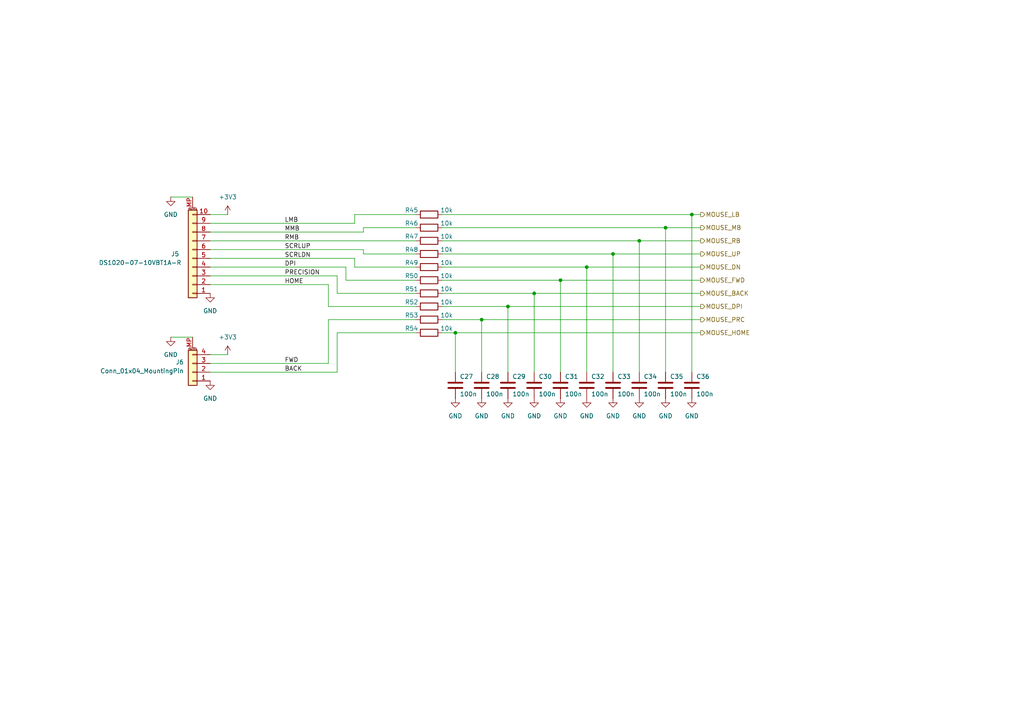
<source format=kicad_sch>
(kicad_sch (version 20231120) (generator "eeschema") (generator_version "8.0")
  (paper "A4")
  (title_block (title "EtherPointer") (date "2025-02-13") (rev "RC1") (company "Bart's Design") (comment 1 "Bartosz Pracz"))
  (lib_symbols
    (symbol "Connector_Generic_MountingPin:Conn_01x04_MountingPin" (pin_names (offset 1.016) hide)
      (property "Reference" "J" (at 0 5.08 0))
      (property "Value" "Conn_01x04_MountingPin" (at 1.27 -7.62 0))
      (symbol "Conn_01x04_MountingPin_1_1"
        (rectangle (start -1.27 -4.953) (end 0 -5.207) (stroke (width 0.1524)))
        (rectangle (start -1.27 -2.413) (end 0 -2.667) (stroke (width 0.1524)))
        (rectangle (start -1.27 0.127) (end 0 -0.127) (stroke (width 0.1524)))
        (rectangle (start -1.27 2.667) (end 0 2.413) (stroke (width 0.1524)))
        (rectangle (start -1.27 3.81) (end 1.27 -6.35) (stroke (width 0.254)) (fill (type background)))
        (polyline (pts (xy -1.016 -7.112) (xy 1.016 -7.112)) (stroke (width 0.1524)))
        (text "Mounting" (at 0 -6.731 0) (effects (font (size 0.381 0.381))))
        (pin passive line (at -5.08 2.54 0) (length 3.81) (name "Pin_1") (number "1"))
        (pin passive line (at -5.08 0 0) (length 3.81) (name "Pin_2") (number "2"))
        (pin passive line (at -5.08 -2.54 0) (length 3.81) (name "Pin_3") (number "3"))
        (pin passive line (at -5.08 -5.08 0) (length 3.81) (name "Pin_4") (number "4"))
        (pin passive line (at 0 -10.16 90) (length 3.048) (name "MountPin") (number "MP"))
      )
    )
    (symbol "Connector_Generic_MountingPin:Conn_01x10_MountingPin" (pin_names (offset 1.016) hide)
      (property "Reference" "J" (at 0 12.7 0))
      (property "Value" "Conn_01x10_MountingPin" (at 1.27 -15.24 0))
      (symbol "Conn_01x10_MountingPin_1_1"
        (rectangle (start -1.27 -12.573) (end 0 -12.827) (stroke (width 0.1524)))
        (rectangle (start -1.27 -10.033) (end 0 -10.287) (stroke (width 0.1524)))
        (rectangle (start -1.27 -7.493) (end 0 -7.747) (stroke (width 0.1524)))
        (rectangle (start -1.27 -4.953) (end 0 -5.207) (stroke (width 0.1524)))
        (rectangle (start -1.27 -2.413) (end 0 -2.667) (stroke (width 0.1524)))
        (rectangle (start -1.27 0.127) (end 0 -0.127) (stroke (width 0.1524)))
        (rectangle (start -1.27 2.667) (end 0 2.413) (stroke (width 0.1524)))
        (rectangle (start -1.27 5.207) (end 0 4.953) (stroke (width 0.1524)))
        (rectangle (start -1.27 7.747) (end 0 7.493) (stroke (width 0.1524)))
        (rectangle (start -1.27 10.287) (end 0 10.033) (stroke (width 0.1524)))
        (rectangle (start -1.27 11.43) (end 1.27 -13.97) (stroke (width 0.254)) (fill (type background)))
        (polyline (pts (xy -1.016 -14.732) (xy 1.016 -14.732)) (stroke (width 0.1524)))
        (text "Mounting" (at 0 -14.351 0) (effects (font (size 0.381 0.381))))
        (pin passive line (at -5.08 10.16 0) (length 3.81) (name "Pin_1") (number "1"))
        (pin passive line (at -5.08 -12.7 0) (length 3.81) (name "Pin_10") (number "10"))
        (pin passive line (at -5.08 7.62 0) (length 3.81) (name "Pin_2") (number "2"))
        (pin passive line (at -5.08 5.08 0) (length 3.81) (name "Pin_3") (number "3"))
        (pin passive line (at -5.08 2.54 0) (length 3.81) (name "Pin_4") (number "4"))
        (pin passive line (at -5.08 0 0) (length 3.81) (name "Pin_5") (number "5"))
        (pin passive line (at -5.08 -2.54 0) (length 3.81) (name "Pin_6") (number "6"))
        (pin passive line (at -5.08 -5.08 0) (length 3.81) (name "Pin_7") (number "7"))
        (pin passive line (at -5.08 -7.62 0) (length 3.81) (name "Pin_8") (number "8"))
        (pin passive line (at -5.08 -10.16 0) (length 3.81) (name "Pin_9") (number "9"))
        (pin passive line (at 0 -17.78 90) (length 3.048) (name "MountPin") (number "MP"))
      )
    )
    (symbol "Device:C" (pin_numbers hide) (pin_names (offset 0.254))
      (property "Reference" "C" (at 0.635 2.54 0))
      (property "Value" "C" (at 0.635 -2.54 0))
      (symbol "C_0_1"
        (polyline (pts (xy -2.032 -0.762) (xy 2.032 -0.762)) (stroke (width 0.508)))
        (polyline (pts (xy -2.032 0.762) (xy 2.032 0.762)) (stroke (width 0.508)))
      )
      (symbol "C_1_1"
        (pin passive line (at 0 3.81 270) (length 2.794) (name "~") (number "1"))
        (pin passive line (at 0 -3.81 90) (length 2.794) (name "~") (number "2"))
      )
    )
    (symbol "Device:R" (pin_numbers hide) (pin_names (offset 0))
      (property "Reference" "R" (at 2.032 0 90))
      (property "Value" "R" (at 0 0 90))
      (symbol "R_0_1"
        (rectangle (start -1.016 -2.54) (end 1.016 2.54) (stroke (width 0.254)))
      )
      (symbol "R_1_1"
        (pin passive line (at 0 3.81 270) (length 1.27) (name "~") (number "1"))
        (pin passive line (at 0 -3.81 90) (length 1.27) (name "~") (number "2"))
      )
    )
    (symbol "power:+3V3" (power) (pin_numbers hide) (pin_names (offset 0) hide)
      (property "Value" "+3V3" (at 0 3.556 0))
      (symbol "+3V3_0_1"
        (polyline (pts (xy -0.762 1.27) (xy 0 2.54)))
        (polyline (pts (xy 0 0) (xy 0 2.54)))
        (polyline (pts (xy 0 2.54) (xy 0.762 1.27)))
      )
      (symbol "+3V3_1_1"
        (pin power_in line (at 0 0 90) (length 0) (name "~") (number "1"))
      )
    )
    (symbol "power:GND" (power) (pin_numbers hide) (pin_names (offset 0) hide)
      (property "Value" "GND" (at 0 -3.81 0))
      (symbol "GND_0_1"
        (polyline (pts (xy 0 0) (xy 0 -1.27) (xy 1.27 -1.27) (xy 0 -2.54) (xy -1.27 -1.27) (xy 0 -1.27)))
      )
      (symbol "GND_1_1"
        (pin power_in line (at 0 0 270) (length 0) (name "~") (number "1"))
      )
    )
  )
  (junction (at 132.08 96.52))
  (junction (at 200.66 62.23))
  (junction (at 139.7 92.71))
  (junction (at 162.56 81.28))
  (junction (at 170.18 77.47))
  (junction (at 177.8 73.66))
  (junction (at 147.32 88.9))
  (junction (at 185.42 69.85))
  (junction (at 154.94 85.09))
  (junction (at 193.04 66.04))
  (wire (pts (xy 105.41 73.66) (xy 105.41 72.39)))
  (wire (pts (xy 100.33 81.28) (xy 100.33 77.47)))
  (wire (pts (xy 102.87 62.23) (xy 120.65 62.23)))
  (wire (pts (xy 60.96 82.55) (xy 95.25 82.55)))
  (wire (pts (xy 147.32 88.9) (xy 203.2 88.9)))
  (wire (pts (xy 97.79 80.01) (xy 97.79 85.09)))
  (wire (pts (xy 49.53 97.79) (xy 55.88 97.79)))
  (wire (pts (xy 95.25 105.41) (xy 95.25 92.71)))
  (wire (pts (xy 132.08 96.52) (xy 203.2 96.52)))
  (wire (pts (xy 193.04 66.04) (xy 203.2 66.04)))
  (wire (pts (xy 95.25 88.9) (xy 95.25 82.55)))
  (wire (pts (xy 132.08 96.52) (xy 132.08 107.95)))
  (wire (pts (xy 60.96 105.41) (xy 95.25 105.41)))
  (wire (pts (xy 105.41 67.31) (xy 105.41 66.04)))
  (wire (pts (xy 128.27 69.85) (xy 185.42 69.85)))
  (wire (pts (xy 60.96 80.01) (xy 97.79 80.01)))
  (wire (pts (xy 120.65 88.9) (xy 95.25 88.9)))
  (wire (pts (xy 97.79 85.09) (xy 120.65 85.09)))
  (wire (pts (xy 162.56 81.28) (xy 162.56 107.95)))
  (wire (pts (xy 60.96 67.31) (xy 105.41 67.31)))
  (wire (pts (xy 128.27 62.23) (xy 200.66 62.23)))
  (wire (pts (xy 185.42 69.85) (xy 185.42 107.95)))
  (wire (pts (xy 60.96 72.39) (xy 105.41 72.39)))
  (wire (pts (xy 139.7 92.71) (xy 139.7 107.95)))
  (wire (pts (xy 170.18 77.47) (xy 170.18 107.95)))
  (wire (pts (xy 147.32 88.9) (xy 147.32 107.95)))
  (wire (pts (xy 185.42 69.85) (xy 203.2 69.85)))
  (wire (pts (xy 102.87 74.93) (xy 102.87 77.47)))
  (wire (pts (xy 128.27 92.71) (xy 139.7 92.71)))
  (wire (pts (xy 60.96 64.77) (xy 102.87 64.77)))
  (wire (pts (xy 128.27 81.28) (xy 162.56 81.28)))
  (wire (pts (xy 177.8 73.66) (xy 203.2 73.66)))
  (wire (pts (xy 128.27 85.09) (xy 154.94 85.09)))
  (wire (pts (xy 128.27 88.9) (xy 147.32 88.9)))
  (wire (pts (xy 95.25 92.71) (xy 120.65 92.71)))
  (wire (pts (xy 102.87 77.47) (xy 120.65 77.47)))
  (wire (pts (xy 49.53 57.15) (xy 55.88 57.15)))
  (wire (pts (xy 128.27 73.66) (xy 177.8 73.66)))
  (wire (pts (xy 60.96 74.93) (xy 102.87 74.93)))
  (wire (pts (xy 128.27 77.47) (xy 170.18 77.47)))
  (wire (pts (xy 60.96 69.85) (xy 120.65 69.85)))
  (wire (pts (xy 200.66 62.23) (xy 203.2 62.23)))
  (wire (pts (xy 66.04 62.23) (xy 60.96 62.23)))
  (wire (pts (xy 170.18 77.47) (xy 203.2 77.47)))
  (wire (pts (xy 177.8 73.66) (xy 177.8 107.95)))
  (wire (pts (xy 100.33 77.47) (xy 60.96 77.47)))
  (wire (pts (xy 128.27 96.52) (xy 132.08 96.52)))
  (wire (pts (xy 128.27 66.04) (xy 193.04 66.04)))
  (wire (pts (xy 66.04 102.87) (xy 60.96 102.87)))
  (wire (pts (xy 120.65 73.66) (xy 105.41 73.66)))
  (wire (pts (xy 120.65 81.28) (xy 100.33 81.28)))
  (wire (pts (xy 154.94 85.09) (xy 154.94 107.95)))
  (wire (pts (xy 97.79 107.95) (xy 97.79 96.52)))
  (wire (pts (xy 193.04 66.04) (xy 193.04 107.95)))
  (wire (pts (xy 162.56 81.28) (xy 203.2 81.28)))
  (wire (pts (xy 139.7 92.71) (xy 203.2 92.71)))
  (wire (pts (xy 105.41 66.04) (xy 120.65 66.04)))
  (wire (pts (xy 154.94 85.09) (xy 203.2 85.09)))
  (wire (pts (xy 97.79 96.52) (xy 120.65 96.52)))
  (wire (pts (xy 200.66 62.23) (xy 200.66 107.95)))
  (wire (pts (xy 60.96 107.95) (xy 97.79 107.95)))
  (wire (pts (xy 102.87 64.77) (xy 102.87 62.23)))
  (label "RMB" (at 82.55 69.85 0))
  (label "DPI" (at 82.55 77.47 0))
  (label "HOME" (at 82.55 82.55 0))
  (label "PRECISION" (at 82.55 80.01 0))
  (label "BACK" (at 82.55 107.95 0))
  (label "MMB" (at 82.55 67.31 0))
  (label "SCRLDN" (at 82.55 74.93 0))
  (label "SCRLUP" (at 82.55 72.39 0))
  (label "FWD" (at 82.55 105.41 0))
  (label "LMB" (at 82.55 64.77 0))
  (hierarchical_label "MOUSE_BACK" (shape output) (at 203.2 85.09 0))
  (hierarchical_label "MOUSE_PRC" (shape output) (at 203.2 92.71 0))
  (hierarchical_label "MOUSE_FWD" (shape output) (at 203.2 81.28 0))
  (hierarchical_label "MOUSE_HOME" (shape output) (at 203.2 96.52 0))
  (hierarchical_label "MOUSE_DPI" (shape output) (at 203.2 88.9 0))
  (hierarchical_label "MOUSE_UP" (shape output) (at 203.2 73.66 0))
  (hierarchical_label "MOUSE_RB" (shape output) (at 203.2 69.85 0))
  (hierarchical_label "MOUSE_MB" (shape output) (at 203.2 66.04 0))
  (hierarchical_label "MOUSE_LB" (shape output) (at 203.2 62.23 0))
  (hierarchical_label "MOUSE_DN" (shape output) (at 203.2 77.47 0))
  (symbol (lib_id "Device:R") (at 124.46 96.52 90) (unit 1)
    (property "Reference" "R54" (at 119.38 95.25 90))
    (property "Value" "10k" (at 129.54 95.25 90))
    (property "Footprint" "Resistor_SMD:R_0603_1608Metric" (effects (hide yes)))
    (property "Description" "Resistor" (effects (hide yes)))
  )
  (symbol (lib_id "Device:R") (at 124.46 69.85 90) (unit 1)
    (property "Reference" "R47" (at 119.38 68.58 90))
    (property "Value" "10k" (at 129.54 68.58 90))
    (property "Footprint" "Resistor_SMD:R_0603_1608Metric" (effects (hide yes)))
    (property "Description" "Resistor" (effects (hide yes)))
  )
  (symbol (lib_id "Device:C") (at 193.04 111.76 0) (unit 1)
    (property "Reference" "C35" (at 194.31 109.22 0) (effects (justify left)))
    (property "Value" "100n" (at 194.31 114.3 0) (effects (justify left)))
    (property "Footprint" "Capacitor_SMD:C_0603_1608Metric" (effects (hide yes)))
    (property "Description" "Unpolarized capacitor" (effects (hide yes)))
  )
  (symbol (lib_id "Device:R") (at 124.46 66.04 90) (unit 1)
    (property "Reference" "R46" (at 119.38 64.77 90))
    (property "Value" "10k" (at 129.54 64.77 90))
    (property "Footprint" "Resistor_SMD:R_0603_1608Metric" (effects (hide yes)))
    (property "Description" "Resistor" (effects (hide yes)))
  )
  (symbol (lib_id "power:GND") (at 170.18 115.57 0) (unit 1)
    (property "Reference" "#PWR079" (effects (hide yes)))
    (property "Value" "GND" (at 170.18 120.65 0))
    (property "Description" "Power symbol creates a global label with name \"GND\" , ground" (effects (hide yes)))
  )
  (symbol (lib_id "power:GND") (at 185.42 115.57 0) (unit 1)
    (property "Reference" "#PWR081" (effects (hide yes)))
    (property "Value" "GND" (at 185.42 120.65 0))
    (property "Description" "Power symbol creates a global label with name \"GND\" , ground" (effects (hide yes)))
  )
  (symbol (lib_id "power:GND") (at 60.96 110.49 0) (unit 1)
    (property "Reference" "#PWR071" (effects (hide yes)))
    (property "Value" "GND" (at 60.96 115.57 0))
    (property "Description" "Power symbol creates a global label with name \"GND\" , ground" (effects (hide yes)))
  )
  (symbol (lib_id "Device:C") (at 177.8 111.76 0) (unit 1)
    (property "Reference" "C33" (at 179.07 109.22 0) (effects (justify left)))
    (property "Value" "100n" (at 179.07 114.3 0) (effects (justify left)))
    (property "Footprint" "Capacitor_SMD:C_0603_1608Metric" (effects (hide yes)))
    (property "Description" "Unpolarized capacitor" (effects (hide yes)))
  )
  (symbol (lib_id "power:GND") (at 154.94 115.57 0) (unit 1)
    (property "Reference" "#PWR077" (effects (hide yes)))
    (property "Value" "GND" (at 154.94 120.65 0))
    (property "Description" "Power symbol creates a global label with name \"GND\" , ground" (effects (hide yes)))
  )
  (symbol (lib_id "Device:R") (at 124.46 77.47 90) (unit 1)
    (property "Reference" "R49" (at 119.38 76.2 90))
    (property "Value" "10k" (at 129.54 76.2 90))
    (property "Footprint" "Resistor_SMD:R_0603_1608Metric" (effects (hide yes)))
    (property "Description" "Resistor" (effects (hide yes)))
  )
  (symbol (lib_id "power:GND") (at 177.8 115.57 0) (unit 1)
    (property "Reference" "#PWR080" (effects (hide yes)))
    (property "Value" "GND" (at 177.8 120.65 0))
    (property "Description" "Power symbol creates a global label with name \"GND\" , ground" (effects (hide yes)))
  )
  (symbol (lib_id "power:GND") (at 49.53 57.15 0) (unit 1)
    (property "Reference" "#PWR068" (effects (hide yes)))
    (property "Value" "GND" (at 49.53 62.23 0))
    (property "Description" "Power symbol creates a global label with name \"GND\" , ground" (effects (hide yes)))
  )
  (symbol (lib_id "Device:C") (at 162.56 111.76 0) (unit 1)
    (property "Reference" "C31" (at 163.83 109.22 0) (effects (justify left)))
    (property "Value" "100n" (at 163.83 114.3 0) (effects (justify left)))
    (property "Footprint" "Capacitor_SMD:C_0603_1608Metric" (effects (hide yes)))
    (property "Description" "Unpolarized capacitor" (effects (hide yes)))
  )
  (symbol (lib_id "power:GND") (at 147.32 115.57 0) (unit 1)
    (property "Reference" "#PWR076" (effects (hide yes)))
    (property "Value" "GND" (at 147.32 120.65 0))
    (property "Description" "Power symbol creates a global label with name \"GND\" , ground" (effects (hide yes)))
  )
  (symbol (lib_id "power:GND") (at 200.66 115.57 0) (unit 1)
    (property "Reference" "#PWR083" (effects (hide yes)))
    (property "Value" "GND" (at 200.66 120.65 0))
    (property "Description" "Power symbol creates a global label with name \"GND\" , ground" (effects (hide yes)))
  )
  (symbol (lib_id "power:GND") (at 193.04 115.57 0) (unit 1)
    (property "Reference" "#PWR082" (effects (hide yes)))
    (property "Value" "GND" (at 193.04 120.65 0))
    (property "Description" "Power symbol creates a global label with name \"GND\" , ground" (effects (hide yes)))
  )
  (symbol (lib_id "power:GND") (at 139.7 115.57 0) (unit 1)
    (property "Reference" "#PWR075" (effects (hide yes)))
    (property "Value" "GND" (at 139.7 120.65 0))
    (property "Description" "Power symbol creates a global label with name \"GND\" , ground" (effects (hide yes)))
  )
  (symbol (lib_id "Device:C") (at 185.42 111.76 0) (unit 1)
    (property "Reference" "C34" (at 186.69 109.22 0) (effects (justify left)))
    (property "Value" "100n" (at 186.69 114.3 0) (effects (justify left)))
    (property "Footprint" "Capacitor_SMD:C_0603_1608Metric" (effects (hide yes)))
    (property "Description" "Unpolarized capacitor" (effects (hide yes)))
  )
  (symbol (lib_id "Device:C") (at 147.32 111.76 0) (unit 1)
    (property "Reference" "C29" (at 148.59 109.22 0) (effects (justify left)))
    (property "Value" "100n" (at 148.59 114.3 0) (effects (justify left)))
    (property "Footprint" "Capacitor_SMD:C_0603_1608Metric" (effects (hide yes)))
    (property "Description" "Unpolarized capacitor" (effects (hide yes)))
  )
  (symbol (lib_id "Device:R") (at 124.46 85.09 90) (unit 1)
    (property "Reference" "R51" (at 119.38 83.82 90))
    (property "Value" "10k" (at 129.54 83.82 90))
    (property "Footprint" "Resistor_SMD:R_0603_1608Metric" (effects (hide yes)))
    (property "Description" "Resistor" (effects (hide yes)))
  )
  (symbol (lib_id "Device:R") (at 124.46 73.66 90) (unit 1)
    (property "Reference" "R48" (at 119.38 72.39 90))
    (property "Value" "10k" (at 129.54 72.39 90))
    (property "Footprint" "Resistor_SMD:R_0603_1608Metric" (effects (hide yes)))
    (property "Description" "Resistor" (effects (hide yes)))
  )
  (symbol (lib_id "Device:R") (at 124.46 62.23 90) (unit 1)
    (property "Reference" "R45" (at 119.38 60.96 90))
    (property "Value" "10k" (at 129.54 60.96 90))
    (property "Footprint" "Resistor_SMD:R_0603_1608Metric" (effects (hide yes)))
    (property "Description" "Resistor" (effects (hide yes)))
  )
  (symbol (lib_id "Device:C") (at 170.18 111.76 0) (unit 1)
    (property "Reference" "C32" (at 171.45 109.22 0) (effects (justify left)))
    (property "Value" "100n" (at 171.45 114.3 0) (effects (justify left)))
    (property "Footprint" "Capacitor_SMD:C_0603_1608Metric" (effects (hide yes)))
    (property "Description" "Unpolarized capacitor" (effects (hide yes)))
  )
  (symbol (lib_id "Device:R") (at 124.46 92.71 90) (unit 1)
    (property "Reference" "R53" (at 119.38 91.44 90))
    (property "Value" "10k" (at 129.54 91.44 90))
    (property "Footprint" "Resistor_SMD:R_0603_1608Metric" (effects (hide yes)))
    (property "Description" "Resistor" (effects (hide yes)))
  )
  (symbol (lib_id "Device:C") (at 139.7 111.76 0) (unit 1)
    (property "Reference" "C28" (at 140.97 109.22 0) (effects (justify left)))
    (property "Value" "100n" (at 140.97 114.3 0) (effects (justify left)))
    (property "Footprint" "Capacitor_SMD:C_0603_1608Metric" (effects (hide yes)))
    (property "Description" "Unpolarized capacitor" (effects (hide yes)))
  )
  (symbol (lib_id "Device:R") (at 124.46 88.9 90) (unit 1)
    (property "Reference" "R52" (at 119.38 87.63 90))
    (property "Value" "10k" (at 129.54 87.63 90))
    (property "Footprint" "Resistor_SMD:R_0603_1608Metric" (effects (hide yes)))
    (property "Description" "Resistor" (effects (hide yes)))
  )
  (symbol (lib_id "Device:C") (at 132.08 111.76 0) (unit 1)
    (property "Reference" "C27" (at 133.35 109.22 0) (effects (justify left)))
    (property "Value" "100n" (at 133.35 114.3 0) (effects (justify left)))
    (property "Footprint" "Capacitor_SMD:C_0603_1608Metric" (effects (hide yes)))
    (property "Description" "Unpolarized capacitor" (effects (hide yes)))
  )
  (symbol (lib_id "Device:R") (at 124.46 81.28 90) (unit 1)
    (property "Reference" "R50" (at 119.38 80.01 90))
    (property "Value" "10k" (at 129.54 80.01 90))
    (property "Footprint" "Resistor_SMD:R_0603_1608Metric" (effects (hide yes)))
    (property "Description" "Resistor" (effects (hide yes)))
  )
  (symbol (lib_id "power:GND") (at 49.53 97.79 0) (unit 1)
    (property "Reference" "#PWR069" (effects (hide yes)))
    (property "Value" "GND" (at 49.53 102.87 0))
    (property "Description" "Power symbol creates a global label with name \"GND\" , ground" (effects (hide yes)))
  )
  (symbol (lib_id "power:GND") (at 60.96 85.09 0) (unit 1)
    (property "Reference" "#PWR070" (effects (hide yes)))
    (property "Value" "GND" (at 60.96 90.17 0))
    (property "Description" "Power symbol creates a global label with name \"GND\" , ground" (effects (hide yes)))
  )
  (symbol (lib_id "power:GND") (at 132.08 115.57 0) (unit 1)
    (property "Reference" "#PWR074" (effects (hide yes)))
    (property "Value" "GND" (at 132.08 120.65 0))
    (property "Description" "Power symbol creates a global label with name \"GND\" , ground" (effects (hide yes)))
  )
  (symbol (lib_id "Device:C") (at 154.94 111.76 0) (unit 1)
    (property "Reference" "C30" (at 156.21 109.22 0) (effects (justify left)))
    (property "Value" "100n" (at 156.21 114.3 0) (effects (justify left)))
    (property "Footprint" "Capacitor_SMD:C_0603_1608Metric" (effects (hide yes)))
    (property "Description" "Unpolarized capacitor" (effects (hide yes)))
  )
  (symbol (lib_id "power:GND") (at 162.56 115.57 0) (unit 1)
    (property "Reference" "#PWR078" (effects (hide yes)))
    (property "Value" "GND" (at 162.56 120.65 0))
    (property "Description" "Power symbol creates a global label with name \"GND\" , ground" (effects (hide yes)))
  )
  (symbol (lib_id "Device:C") (at 200.66 111.76 0) (unit 1)
    (property "Reference" "C36" (at 201.93 109.22 0) (effects (justify left)))
    (property "Value" "100n" (at 201.93 114.3 0) (effects (justify left)))
    (property "Footprint" "Capacitor_SMD:C_0603_1608Metric" (effects (hide yes)))
    (property "Description" "Unpolarized capacitor" (effects (hide yes)))
  )
  (symbol (lib_id "Connector_Generic_MountingPin:Conn_01x04_MountingPin") (at 55.88 107.95 180) (unit 1)
    (property "Reference" "J6" (at 53.34 105.0543 0) (effects (justify left)))
    (property "Value" "Conn_01x04_MountingPin" (at 53.34 107.5943 0) (effects (justify left)))
    (property "Footprint" "airMouseLib:DS1020-07-4VBT1A-R" (effects (hide yes)))
    (property "Description" "Generic connectable mounting pin connector, single row, 01x04, script generated (kicad-library-utils/schlib/autogen/connector/)" (effects (hide yes)))
  )
  (symbol (lib_id "power:+3V3") (at 66.04 102.87 0) (unit 1)
    (property "Reference" "#PWR073" (effects (hide yes)))
    (property "Value" "+3V3" (at 66.04 97.79 0))
    (property "Description" "Power symbol creates a global label with name \"+3V3\"" (effects (hide yes)))
  )
  (symbol (lib_id "power:+3V3") (at 66.04 62.23 0) (unit 1)
    (property "Reference" "#PWR072" (effects (hide yes)))
    (property "Value" "+3V3" (at 66.04 57.15 0))
    (property "Description" "Power symbol creates a global label with name \"+3V3\"" (effects (hide yes)))
  )
  (symbol (lib_id "Connector_Generic_MountingPin:Conn_01x10_MountingPin") (at 55.88 74.93 180) (unit 1)
    (property "Reference" "J5" (at 50.8 73.66 0))
    (property "Value" "DS1020-07-10VBT1A-R" (at 40.64 76.2 0))
    (property "Footprint" "airMouseLib:DS1020-07-10VBT1A-R" (effects (hide yes)))
    (property "Description" "Generic connectable mounting pin connector, single row, 01x10, script generated (kicad-library-utils/schlib/autogen/connector/)" (effects (hide yes)))
  )
)
</source>
